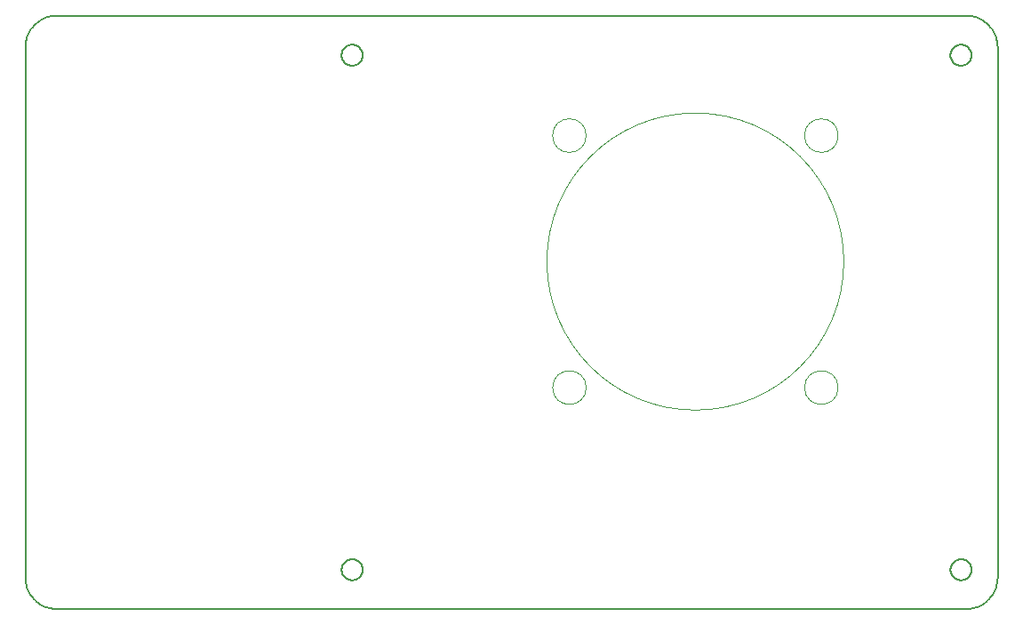
<source format=gm1>
G04 #@! TF.GenerationSoftware,KiCad,Pcbnew,(5.1.2)-2*
G04 #@! TF.CreationDate,2019-09-19T18:24:34+10:00*
G04 #@! TF.ProjectId,PecsRemoteHat.lib,50656373-5265-46d6-9f74-654861742e6c,rev?*
G04 #@! TF.SameCoordinates,Original*
G04 #@! TF.FileFunction,Profile,NP*
%FSLAX46Y46*%
G04 Gerber Fmt 4.6, Leading zero omitted, Abs format (unit mm)*
G04 Created by KiCad (PCBNEW (5.1.2)-2) date 2019-09-19 18:24:34*
%MOMM*%
%LPD*%
G04 APERTURE LIST*
%ADD10C,0.050000*%
%ADD11C,0.200000*%
G04 APERTURE END LIST*
D10*
X107600000Y-124000000D02*
G75*
G03X107600000Y-124000000I-1600000J0D01*
G01*
X131600000Y-124000000D02*
G75*
G03X131600000Y-124000000I-1600000J0D01*
G01*
X107600000Y-100000000D02*
G75*
G03X107600000Y-100000000I-1600000J0D01*
G01*
X131600000Y-100000000D02*
G75*
G03X131600000Y-100000000I-1600000J0D01*
G01*
X132142136Y-112000000D02*
G75*
G03X132142136Y-112000000I-14142136J0D01*
G01*
D11*
X54180000Y-142090000D02*
X54180000Y-91590000D01*
X142302000Y-92403000D02*
X142300000Y-92340000D01*
X142308000Y-92465000D02*
X142302000Y-92403000D01*
X142318000Y-92527000D02*
X142308000Y-92465000D01*
X142331000Y-92589000D02*
X142318000Y-92527000D01*
X142349000Y-92649000D02*
X142331000Y-92589000D01*
X142370000Y-92708000D02*
X142349000Y-92649000D01*
X142395000Y-92766000D02*
X142370000Y-92708000D01*
X142424000Y-92822000D02*
X142395000Y-92766000D01*
X142456000Y-92876000D02*
X142424000Y-92822000D01*
X142491000Y-92928000D02*
X142456000Y-92876000D01*
X142529000Y-92977000D02*
X142491000Y-92928000D01*
X142571000Y-93025000D02*
X142529000Y-92977000D01*
X142615000Y-93069000D02*
X142571000Y-93025000D01*
X142663000Y-93111000D02*
X142615000Y-93069000D01*
X142712000Y-93149000D02*
X142663000Y-93111000D01*
X142764000Y-93184000D02*
X142712000Y-93149000D01*
X142818000Y-93216000D02*
X142764000Y-93184000D01*
X142874000Y-93245000D02*
X142818000Y-93216000D01*
X142932000Y-93270000D02*
X142874000Y-93245000D01*
X142991000Y-93291000D02*
X142932000Y-93270000D01*
X143051000Y-93309000D02*
X142991000Y-93291000D01*
X143113000Y-93322000D02*
X143051000Y-93309000D01*
X143175000Y-93332000D02*
X143113000Y-93322000D01*
X143237000Y-93338000D02*
X143175000Y-93332000D01*
X143300000Y-93340000D02*
X143237000Y-93338000D01*
X143363000Y-93338000D02*
X143300000Y-93340000D01*
X143425000Y-93332000D02*
X143363000Y-93338000D01*
X143487000Y-93322000D02*
X143425000Y-93332000D01*
X143549000Y-93309000D02*
X143487000Y-93322000D01*
X143609000Y-93291000D02*
X143549000Y-93309000D01*
X143668000Y-93270000D02*
X143609000Y-93291000D01*
X143726000Y-93245000D02*
X143668000Y-93270000D01*
X143782000Y-93216000D02*
X143726000Y-93245000D01*
X143836000Y-93184000D02*
X143782000Y-93216000D01*
X143888000Y-93149000D02*
X143836000Y-93184000D01*
X143937000Y-93111000D02*
X143888000Y-93149000D01*
X143985000Y-93069000D02*
X143937000Y-93111000D01*
X144029000Y-93025000D02*
X143985000Y-93069000D01*
X144071000Y-92977000D02*
X144029000Y-93025000D01*
X144109000Y-92928000D02*
X144071000Y-92977000D01*
X144144000Y-92876000D02*
X144109000Y-92928000D01*
X144176000Y-92822000D02*
X144144000Y-92876000D01*
X144205000Y-92766000D02*
X144176000Y-92822000D01*
X144230000Y-92708000D02*
X144205000Y-92766000D01*
X144251000Y-92649000D02*
X144230000Y-92708000D01*
X144269000Y-92589000D02*
X144251000Y-92649000D01*
X144282000Y-92527000D02*
X144269000Y-92589000D01*
X144292000Y-92465000D02*
X144282000Y-92527000D01*
X144298000Y-92403000D02*
X144292000Y-92465000D01*
X144300000Y-92340000D02*
X144298000Y-92403000D01*
X144298000Y-92277000D02*
X144300000Y-92340000D01*
X144292000Y-92215000D02*
X144298000Y-92277000D01*
X144282000Y-92153000D02*
X144292000Y-92215000D01*
X144269000Y-92091000D02*
X144282000Y-92153000D01*
X144251000Y-92031000D02*
X144269000Y-92091000D01*
X144230000Y-91972000D02*
X144251000Y-92031000D01*
X144205000Y-91914000D02*
X144230000Y-91972000D01*
X144176000Y-91858000D02*
X144205000Y-91914000D01*
X144144000Y-91804000D02*
X144176000Y-91858000D01*
X144109000Y-91752000D02*
X144144000Y-91804000D01*
X144071000Y-91703000D02*
X144109000Y-91752000D01*
X144029000Y-91655000D02*
X144071000Y-91703000D01*
X143985000Y-91611000D02*
X144029000Y-91655000D01*
X143937000Y-91569000D02*
X143985000Y-91611000D01*
X143888000Y-91531000D02*
X143937000Y-91569000D01*
X143836000Y-91496000D02*
X143888000Y-91531000D01*
X143782000Y-91464000D02*
X143836000Y-91496000D01*
X143726000Y-91435000D02*
X143782000Y-91464000D01*
X143668000Y-91410000D02*
X143726000Y-91435000D01*
X143609000Y-91389000D02*
X143668000Y-91410000D01*
X143549000Y-91371000D02*
X143609000Y-91389000D01*
X143487000Y-91358000D02*
X143549000Y-91371000D01*
X143425000Y-91348000D02*
X143487000Y-91358000D01*
X143363000Y-91342000D02*
X143425000Y-91348000D01*
X143300000Y-91340000D02*
X143363000Y-91342000D01*
X143237000Y-91342000D02*
X143300000Y-91340000D01*
X143175000Y-91348000D02*
X143237000Y-91342000D01*
X143113000Y-91358000D02*
X143175000Y-91348000D01*
X143051000Y-91371000D02*
X143113000Y-91358000D01*
X142991000Y-91389000D02*
X143051000Y-91371000D01*
X142932000Y-91410000D02*
X142991000Y-91389000D01*
X142874000Y-91435000D02*
X142932000Y-91410000D01*
X142818000Y-91464000D02*
X142874000Y-91435000D01*
X142764000Y-91496000D02*
X142818000Y-91464000D01*
X142712000Y-91531000D02*
X142764000Y-91496000D01*
X142663000Y-91569000D02*
X142712000Y-91531000D01*
X142615000Y-91611000D02*
X142663000Y-91569000D01*
X142571000Y-91655000D02*
X142615000Y-91611000D01*
X142529000Y-91703000D02*
X142571000Y-91655000D01*
X142491000Y-91752000D02*
X142529000Y-91703000D01*
X142456000Y-91804000D02*
X142491000Y-91752000D01*
X142424000Y-91858000D02*
X142456000Y-91804000D01*
X142395000Y-91914000D02*
X142424000Y-91858000D01*
X142370000Y-91972000D02*
X142395000Y-91914000D01*
X142349000Y-92031000D02*
X142370000Y-91972000D01*
X142331000Y-92091000D02*
X142349000Y-92031000D01*
X142318000Y-92153000D02*
X142331000Y-92091000D01*
X142308000Y-92215000D02*
X142318000Y-92153000D01*
X142302000Y-92277000D02*
X142308000Y-92215000D01*
X142300000Y-92340000D02*
X142302000Y-92277000D01*
X142302000Y-141403000D02*
X142300000Y-141340000D01*
X142308000Y-141465000D02*
X142302000Y-141403000D01*
X142318000Y-141527000D02*
X142308000Y-141465000D01*
X142331000Y-141589000D02*
X142318000Y-141527000D01*
X142349000Y-141649000D02*
X142331000Y-141589000D01*
X142370000Y-141708000D02*
X142349000Y-141649000D01*
X142395000Y-141766000D02*
X142370000Y-141708000D01*
X142424000Y-141822000D02*
X142395000Y-141766000D01*
X142456000Y-141876000D02*
X142424000Y-141822000D01*
X142491000Y-141928000D02*
X142456000Y-141876000D01*
X142529000Y-141977000D02*
X142491000Y-141928000D01*
X142571000Y-142025000D02*
X142529000Y-141977000D01*
X142615000Y-142069000D02*
X142571000Y-142025000D01*
X142663000Y-142111000D02*
X142615000Y-142069000D01*
X142712000Y-142149000D02*
X142663000Y-142111000D01*
X142764000Y-142184000D02*
X142712000Y-142149000D01*
X142818000Y-142216000D02*
X142764000Y-142184000D01*
X142874000Y-142245000D02*
X142818000Y-142216000D01*
X142932000Y-142270000D02*
X142874000Y-142245000D01*
X142991000Y-142291000D02*
X142932000Y-142270000D01*
X143051000Y-142309000D02*
X142991000Y-142291000D01*
X143113000Y-142322000D02*
X143051000Y-142309000D01*
X143175000Y-142332000D02*
X143113000Y-142322000D01*
X143237000Y-142338000D02*
X143175000Y-142332000D01*
X143300000Y-142340000D02*
X143237000Y-142338000D01*
X143363000Y-142338000D02*
X143300000Y-142340000D01*
X143425000Y-142332000D02*
X143363000Y-142338000D01*
X143487000Y-142322000D02*
X143425000Y-142332000D01*
X143549000Y-142309000D02*
X143487000Y-142322000D01*
X143609000Y-142291000D02*
X143549000Y-142309000D01*
X143668000Y-142270000D02*
X143609000Y-142291000D01*
X143726000Y-142245000D02*
X143668000Y-142270000D01*
X143782000Y-142216000D02*
X143726000Y-142245000D01*
X143836000Y-142184000D02*
X143782000Y-142216000D01*
X143888000Y-142149000D02*
X143836000Y-142184000D01*
X143937000Y-142111000D02*
X143888000Y-142149000D01*
X143985000Y-142069000D02*
X143937000Y-142111000D01*
X144029000Y-142025000D02*
X143985000Y-142069000D01*
X144071000Y-141977000D02*
X144029000Y-142025000D01*
X144109000Y-141928000D02*
X144071000Y-141977000D01*
X144144000Y-141876000D02*
X144109000Y-141928000D01*
X144176000Y-141822000D02*
X144144000Y-141876000D01*
X144205000Y-141766000D02*
X144176000Y-141822000D01*
X144230000Y-141708000D02*
X144205000Y-141766000D01*
X144251000Y-141649000D02*
X144230000Y-141708000D01*
X144269000Y-141589000D02*
X144251000Y-141649000D01*
X144282000Y-141527000D02*
X144269000Y-141589000D01*
X144292000Y-141465000D02*
X144282000Y-141527000D01*
X144298000Y-141403000D02*
X144292000Y-141465000D01*
X144300000Y-141340000D02*
X144298000Y-141403000D01*
X144298000Y-141277000D02*
X144300000Y-141340000D01*
X144292000Y-141215000D02*
X144298000Y-141277000D01*
X144282000Y-141153000D02*
X144292000Y-141215000D01*
X144269000Y-141091000D02*
X144282000Y-141153000D01*
X144251000Y-141031000D02*
X144269000Y-141091000D01*
X144230000Y-140972000D02*
X144251000Y-141031000D01*
X144205000Y-140914000D02*
X144230000Y-140972000D01*
X144176000Y-140858000D02*
X144205000Y-140914000D01*
X144144000Y-140804000D02*
X144176000Y-140858000D01*
X144109000Y-140752000D02*
X144144000Y-140804000D01*
X144071000Y-140703000D02*
X144109000Y-140752000D01*
X144029000Y-140655000D02*
X144071000Y-140703000D01*
X143985000Y-140611000D02*
X144029000Y-140655000D01*
X143937000Y-140569000D02*
X143985000Y-140611000D01*
X143888000Y-140531000D02*
X143937000Y-140569000D01*
X143836000Y-140496000D02*
X143888000Y-140531000D01*
X143782000Y-140464000D02*
X143836000Y-140496000D01*
X143726000Y-140435000D02*
X143782000Y-140464000D01*
X143668000Y-140410000D02*
X143726000Y-140435000D01*
X143609000Y-140389000D02*
X143668000Y-140410000D01*
X143549000Y-140371000D02*
X143609000Y-140389000D01*
X143487000Y-140358000D02*
X143549000Y-140371000D01*
X143425000Y-140348000D02*
X143487000Y-140358000D01*
X143363000Y-140342000D02*
X143425000Y-140348000D01*
X143300000Y-140340000D02*
X143363000Y-140342000D01*
X143237000Y-140342000D02*
X143300000Y-140340000D01*
X143175000Y-140348000D02*
X143237000Y-140342000D01*
X143113000Y-140358000D02*
X143175000Y-140348000D01*
X143051000Y-140371000D02*
X143113000Y-140358000D01*
X142991000Y-140389000D02*
X143051000Y-140371000D01*
X142932000Y-140410000D02*
X142991000Y-140389000D01*
X142874000Y-140435000D02*
X142932000Y-140410000D01*
X142818000Y-140464000D02*
X142874000Y-140435000D01*
X142764000Y-140496000D02*
X142818000Y-140464000D01*
X142712000Y-140531000D02*
X142764000Y-140496000D01*
X142663000Y-140569000D02*
X142712000Y-140531000D01*
X142615000Y-140611000D02*
X142663000Y-140569000D01*
X142571000Y-140655000D02*
X142615000Y-140611000D01*
X142529000Y-140703000D02*
X142571000Y-140655000D01*
X142491000Y-140752000D02*
X142529000Y-140703000D01*
X142456000Y-140804000D02*
X142491000Y-140752000D01*
X142424000Y-140858000D02*
X142456000Y-140804000D01*
X142395000Y-140914000D02*
X142424000Y-140858000D01*
X142370000Y-140972000D02*
X142395000Y-140914000D01*
X142349000Y-141031000D02*
X142370000Y-140972000D01*
X142331000Y-141091000D02*
X142349000Y-141031000D01*
X142318000Y-141153000D02*
X142331000Y-141091000D01*
X142308000Y-141215000D02*
X142318000Y-141153000D01*
X142302000Y-141277000D02*
X142308000Y-141215000D01*
X142300000Y-141340000D02*
X142302000Y-141277000D01*
X54186000Y-142278000D02*
X54180000Y-142090000D01*
X54204000Y-142466000D02*
X54186000Y-142278000D01*
X54233000Y-142652000D02*
X54204000Y-142466000D01*
X54274000Y-142836000D02*
X54233000Y-142652000D01*
X54327000Y-143017000D02*
X54274000Y-142836000D01*
X54391000Y-143194000D02*
X54327000Y-143017000D01*
X54466000Y-143367000D02*
X54391000Y-143194000D01*
X54551001Y-143535000D02*
X54466000Y-143367000D01*
X54647000Y-143697000D02*
X54551001Y-143535000D01*
X54753000Y-143853000D02*
X54647000Y-143697000D01*
X54868000Y-144002000D02*
X54753000Y-143853000D01*
X54993000Y-144144000D02*
X54868000Y-144002000D01*
X55126000Y-144277000D02*
X54993000Y-144144000D01*
X55268000Y-144402000D02*
X55126000Y-144277000D01*
X55417000Y-144517000D02*
X55268000Y-144402000D01*
X55573000Y-144623000D02*
X55417000Y-144517000D01*
X55735000Y-144719000D02*
X55573000Y-144623000D01*
X55903000Y-144804000D02*
X55735000Y-144719000D01*
X56076000Y-144879000D02*
X55903000Y-144804000D01*
X56253000Y-144943000D02*
X56076000Y-144879000D01*
X56434000Y-144996000D02*
X56253000Y-144943000D01*
X56618000Y-145037000D02*
X56434000Y-144996000D01*
X56804000Y-145066000D02*
X56618000Y-145037000D01*
X56992000Y-145084000D02*
X56804000Y-145066000D01*
X57180000Y-145090000D02*
X56992000Y-145084000D01*
X143800000Y-145090000D02*
X57180000Y-145090000D01*
X143988000Y-145084000D02*
X143800000Y-145090000D01*
X144176000Y-145066000D02*
X143988000Y-145084000D01*
X144362000Y-145037000D02*
X144176000Y-145066000D01*
X144546000Y-144996000D02*
X144362000Y-145037000D01*
X144727000Y-144943000D02*
X144546000Y-144996000D01*
X144904000Y-144879000D02*
X144727000Y-144943000D01*
X145077000Y-144804000D02*
X144904000Y-144879000D01*
X145245000Y-144719000D02*
X145077000Y-144804000D01*
X145407000Y-144623000D02*
X145245000Y-144719000D01*
X145563000Y-144517000D02*
X145407000Y-144623000D01*
X145712000Y-144402000D02*
X145563000Y-144517000D01*
X145854000Y-144277000D02*
X145712000Y-144402000D01*
X145987000Y-144144000D02*
X145854000Y-144277000D01*
X146112000Y-144002000D02*
X145987000Y-144144000D01*
X146227000Y-143853000D02*
X146112000Y-144002000D01*
X146333000Y-143697000D02*
X146227000Y-143853000D01*
X146428999Y-143535000D02*
X146333000Y-143697000D01*
X146514000Y-143367000D02*
X146428999Y-143535000D01*
X146589000Y-143194000D02*
X146514000Y-143367000D01*
X146653000Y-143017000D02*
X146589000Y-143194000D01*
X146706000Y-142836000D02*
X146653000Y-143017000D01*
X146747000Y-142652000D02*
X146706000Y-142836000D01*
X146776000Y-142466000D02*
X146747000Y-142652000D01*
X146794000Y-142278000D02*
X146776000Y-142466000D01*
X146800000Y-142090000D02*
X146794000Y-142278000D01*
X146800000Y-91590000D02*
X146800000Y-142090000D01*
X146794000Y-91402000D02*
X146800000Y-91590000D01*
X146776000Y-91214000D02*
X146794000Y-91402000D01*
X146747000Y-91028000D02*
X146776000Y-91214000D01*
X146706000Y-90844000D02*
X146747000Y-91028000D01*
X146653000Y-90663000D02*
X146706000Y-90844000D01*
X146589000Y-90486000D02*
X146653000Y-90663000D01*
X146514000Y-90313000D02*
X146589000Y-90486000D01*
X146428999Y-90145000D02*
X146514000Y-90313000D01*
X146333000Y-89983000D02*
X146428999Y-90145000D01*
X146227000Y-89827000D02*
X146333000Y-89983000D01*
X146112000Y-89678000D02*
X146227000Y-89827000D01*
X145987000Y-89536000D02*
X146112000Y-89678000D01*
X145854000Y-89403000D02*
X145987000Y-89536000D01*
X145712000Y-89278000D02*
X145854000Y-89403000D01*
X145563000Y-89163000D02*
X145712000Y-89278000D01*
X145407000Y-89057000D02*
X145563000Y-89163000D01*
X145245000Y-88961000D02*
X145407000Y-89057000D01*
X145077000Y-88876000D02*
X145245000Y-88961000D01*
X144904000Y-88801000D02*
X145077000Y-88876000D01*
X144727000Y-88737000D02*
X144904000Y-88801000D01*
X144546000Y-88684000D02*
X144727000Y-88737000D01*
X144362000Y-88643000D02*
X144546000Y-88684000D01*
X144176000Y-88614000D02*
X144362000Y-88643000D01*
X143988000Y-88596000D02*
X144176000Y-88614000D01*
X143800000Y-88590000D02*
X143988000Y-88596000D01*
X57180000Y-88590000D02*
X143800000Y-88590000D01*
X56992000Y-88596000D02*
X57180000Y-88590000D01*
X56804000Y-88614000D02*
X56992000Y-88596000D01*
X56618000Y-88643000D02*
X56804000Y-88614000D01*
X56434000Y-88684000D02*
X56618000Y-88643000D01*
X56253000Y-88737000D02*
X56434000Y-88684000D01*
X56076000Y-88801000D02*
X56253000Y-88737000D01*
X55903000Y-88876000D02*
X56076000Y-88801000D01*
X55735000Y-88961000D02*
X55903000Y-88876000D01*
X55573000Y-89057000D02*
X55735000Y-88961000D01*
X55417000Y-89163000D02*
X55573000Y-89057000D01*
X55268000Y-89278000D02*
X55417000Y-89163000D01*
X55126000Y-89403000D02*
X55268000Y-89278000D01*
X54993000Y-89536000D02*
X55126000Y-89403000D01*
X54868000Y-89678000D02*
X54993000Y-89536000D01*
X54753000Y-89827000D02*
X54868000Y-89678000D01*
X54647000Y-89983000D02*
X54753000Y-89827000D01*
X54551001Y-90145000D02*
X54647000Y-89983000D01*
X54466000Y-90313000D02*
X54551001Y-90145000D01*
X54391000Y-90486000D02*
X54466000Y-90313000D01*
X54327000Y-90663000D02*
X54391000Y-90486000D01*
X54274000Y-90844000D02*
X54327000Y-90663000D01*
X54233000Y-91028000D02*
X54274000Y-90844000D01*
X54204000Y-91214000D02*
X54233000Y-91028000D01*
X54186000Y-91402000D02*
X54204000Y-91214000D01*
X54180000Y-91590000D02*
X54186000Y-91402000D01*
X84302000Y-92403000D02*
X84300000Y-92340000D01*
X84308000Y-92465000D02*
X84302000Y-92403000D01*
X84318000Y-92527000D02*
X84308000Y-92465000D01*
X84331000Y-92589000D02*
X84318000Y-92527000D01*
X84349000Y-92649000D02*
X84331000Y-92589000D01*
X84370000Y-92708000D02*
X84349000Y-92649000D01*
X84395000Y-92766000D02*
X84370000Y-92708000D01*
X84424000Y-92822000D02*
X84395000Y-92766000D01*
X84456000Y-92876000D02*
X84424000Y-92822000D01*
X84491000Y-92928000D02*
X84456000Y-92876000D01*
X84529000Y-92977000D02*
X84491000Y-92928000D01*
X84571000Y-93025000D02*
X84529000Y-92977000D01*
X84615000Y-93069000D02*
X84571000Y-93025000D01*
X84663000Y-93111000D02*
X84615000Y-93069000D01*
X84712000Y-93149000D02*
X84663000Y-93111000D01*
X84764000Y-93184000D02*
X84712000Y-93149000D01*
X84818000Y-93216000D02*
X84764000Y-93184000D01*
X84874000Y-93245000D02*
X84818000Y-93216000D01*
X84932000Y-93270000D02*
X84874000Y-93245000D01*
X84991000Y-93291000D02*
X84932000Y-93270000D01*
X85051000Y-93309000D02*
X84991000Y-93291000D01*
X85113000Y-93322000D02*
X85051000Y-93309000D01*
X85175000Y-93332000D02*
X85113000Y-93322000D01*
X85237000Y-93338000D02*
X85175000Y-93332000D01*
X85300000Y-93340000D02*
X85237000Y-93338000D01*
X85363000Y-93338000D02*
X85300000Y-93340000D01*
X85425000Y-93332000D02*
X85363000Y-93338000D01*
X85487000Y-93322000D02*
X85425000Y-93332000D01*
X85549000Y-93309000D02*
X85487000Y-93322000D01*
X85609000Y-93291000D02*
X85549000Y-93309000D01*
X85668000Y-93270000D02*
X85609000Y-93291000D01*
X85726000Y-93245000D02*
X85668000Y-93270000D01*
X85782000Y-93216000D02*
X85726000Y-93245000D01*
X85836000Y-93184000D02*
X85782000Y-93216000D01*
X85888000Y-93149000D02*
X85836000Y-93184000D01*
X85937000Y-93111000D02*
X85888000Y-93149000D01*
X85985000Y-93069000D02*
X85937000Y-93111000D01*
X86029000Y-93025000D02*
X85985000Y-93069000D01*
X86071000Y-92977000D02*
X86029000Y-93025000D01*
X86109000Y-92928000D02*
X86071000Y-92977000D01*
X86144000Y-92876000D02*
X86109000Y-92928000D01*
X86176000Y-92822000D02*
X86144000Y-92876000D01*
X86205000Y-92766000D02*
X86176000Y-92822000D01*
X86230000Y-92708000D02*
X86205000Y-92766000D01*
X86251000Y-92649000D02*
X86230000Y-92708000D01*
X86269000Y-92589000D02*
X86251000Y-92649000D01*
X86282000Y-92527000D02*
X86269000Y-92589000D01*
X86292000Y-92465000D02*
X86282000Y-92527000D01*
X86298000Y-92403000D02*
X86292000Y-92465000D01*
X86300000Y-92340000D02*
X86298000Y-92403000D01*
X86298000Y-92277000D02*
X86300000Y-92340000D01*
X86292000Y-92215000D02*
X86298000Y-92277000D01*
X86282000Y-92153000D02*
X86292000Y-92215000D01*
X86269000Y-92091000D02*
X86282000Y-92153000D01*
X86251000Y-92031000D02*
X86269000Y-92091000D01*
X86230000Y-91972000D02*
X86251000Y-92031000D01*
X86205000Y-91914000D02*
X86230000Y-91972000D01*
X86176000Y-91858000D02*
X86205000Y-91914000D01*
X86144000Y-91804000D02*
X86176000Y-91858000D01*
X86109000Y-91752000D02*
X86144000Y-91804000D01*
X86071000Y-91703000D02*
X86109000Y-91752000D01*
X86029000Y-91655000D02*
X86071000Y-91703000D01*
X85985000Y-91611000D02*
X86029000Y-91655000D01*
X85937000Y-91569000D02*
X85985000Y-91611000D01*
X85888000Y-91531000D02*
X85937000Y-91569000D01*
X85836000Y-91496000D02*
X85888000Y-91531000D01*
X85782000Y-91464000D02*
X85836000Y-91496000D01*
X85726000Y-91435000D02*
X85782000Y-91464000D01*
X85668000Y-91410000D02*
X85726000Y-91435000D01*
X85609000Y-91389000D02*
X85668000Y-91410000D01*
X85549000Y-91371000D02*
X85609000Y-91389000D01*
X85487000Y-91358000D02*
X85549000Y-91371000D01*
X85425000Y-91348000D02*
X85487000Y-91358000D01*
X85363000Y-91342000D02*
X85425000Y-91348000D01*
X85300000Y-91340000D02*
X85363000Y-91342000D01*
X85237000Y-91342000D02*
X85300000Y-91340000D01*
X85175000Y-91348000D02*
X85237000Y-91342000D01*
X85113000Y-91358000D02*
X85175000Y-91348000D01*
X85051000Y-91371000D02*
X85113000Y-91358000D01*
X84991000Y-91389000D02*
X85051000Y-91371000D01*
X84932000Y-91410000D02*
X84991000Y-91389000D01*
X84874000Y-91435000D02*
X84932000Y-91410000D01*
X84818000Y-91464000D02*
X84874000Y-91435000D01*
X84764000Y-91496000D02*
X84818000Y-91464000D01*
X84712000Y-91531000D02*
X84764000Y-91496000D01*
X84663000Y-91569000D02*
X84712000Y-91531000D01*
X84615000Y-91611000D02*
X84663000Y-91569000D01*
X84571000Y-91655000D02*
X84615000Y-91611000D01*
X84529000Y-91703000D02*
X84571000Y-91655000D01*
X84491000Y-91752000D02*
X84529000Y-91703000D01*
X84456000Y-91804000D02*
X84491000Y-91752000D01*
X84424000Y-91858000D02*
X84456000Y-91804000D01*
X84395000Y-91914000D02*
X84424000Y-91858000D01*
X84370000Y-91972000D02*
X84395000Y-91914000D01*
X84349000Y-92031000D02*
X84370000Y-91972000D01*
X84331000Y-92091000D02*
X84349000Y-92031000D01*
X84318000Y-92153000D02*
X84331000Y-92091000D01*
X84308000Y-92215000D02*
X84318000Y-92153000D01*
X84302000Y-92277000D02*
X84308000Y-92215000D01*
X84300000Y-92340000D02*
X84302000Y-92277000D01*
X84302000Y-141403000D02*
X84300000Y-141340000D01*
X84308000Y-141465000D02*
X84302000Y-141403000D01*
X84318000Y-141527000D02*
X84308000Y-141465000D01*
X84331000Y-141589000D02*
X84318000Y-141527000D01*
X84349000Y-141649000D02*
X84331000Y-141589000D01*
X84370000Y-141708000D02*
X84349000Y-141649000D01*
X84395000Y-141766000D02*
X84370000Y-141708000D01*
X84424000Y-141822000D02*
X84395000Y-141766000D01*
X84456000Y-141876000D02*
X84424000Y-141822000D01*
X84491000Y-141928000D02*
X84456000Y-141876000D01*
X84529000Y-141977000D02*
X84491000Y-141928000D01*
X84571000Y-142025000D02*
X84529000Y-141977000D01*
X84615000Y-142069000D02*
X84571000Y-142025000D01*
X84663000Y-142111000D02*
X84615000Y-142069000D01*
X84712000Y-142149000D02*
X84663000Y-142111000D01*
X84764000Y-142184000D02*
X84712000Y-142149000D01*
X84818000Y-142216000D02*
X84764000Y-142184000D01*
X84874000Y-142245000D02*
X84818000Y-142216000D01*
X84932000Y-142270000D02*
X84874000Y-142245000D01*
X84991000Y-142291000D02*
X84932000Y-142270000D01*
X85051000Y-142309000D02*
X84991000Y-142291000D01*
X85113000Y-142322000D02*
X85051000Y-142309000D01*
X85175000Y-142332000D02*
X85113000Y-142322000D01*
X85237000Y-142338000D02*
X85175000Y-142332000D01*
X85300000Y-142340000D02*
X85237000Y-142338000D01*
X85363000Y-142338000D02*
X85300000Y-142340000D01*
X85425000Y-142332000D02*
X85363000Y-142338000D01*
X85487000Y-142322000D02*
X85425000Y-142332000D01*
X85549000Y-142309000D02*
X85487000Y-142322000D01*
X85609000Y-142291000D02*
X85549000Y-142309000D01*
X85668000Y-142270000D02*
X85609000Y-142291000D01*
X85726000Y-142245000D02*
X85668000Y-142270000D01*
X85782000Y-142216000D02*
X85726000Y-142245000D01*
X85836000Y-142184000D02*
X85782000Y-142216000D01*
X85888000Y-142149000D02*
X85836000Y-142184000D01*
X85937000Y-142111000D02*
X85888000Y-142149000D01*
X85985000Y-142069000D02*
X85937000Y-142111000D01*
X86029000Y-142025000D02*
X85985000Y-142069000D01*
X86071000Y-141977000D02*
X86029000Y-142025000D01*
X86109000Y-141928000D02*
X86071000Y-141977000D01*
X86144000Y-141876000D02*
X86109000Y-141928000D01*
X86176000Y-141822000D02*
X86144000Y-141876000D01*
X86205000Y-141766000D02*
X86176000Y-141822000D01*
X86230000Y-141708000D02*
X86205000Y-141766000D01*
X86251000Y-141649000D02*
X86230000Y-141708000D01*
X86269000Y-141589000D02*
X86251000Y-141649000D01*
X86282000Y-141527000D02*
X86269000Y-141589000D01*
X86292000Y-141465000D02*
X86282000Y-141527000D01*
X86298000Y-141403000D02*
X86292000Y-141465000D01*
X86300000Y-141340000D02*
X86298000Y-141403000D01*
X86298000Y-141277000D02*
X86300000Y-141340000D01*
X86292000Y-141215000D02*
X86298000Y-141277000D01*
X86282000Y-141153000D02*
X86292000Y-141215000D01*
X86269000Y-141091000D02*
X86282000Y-141153000D01*
X86251000Y-141031000D02*
X86269000Y-141091000D01*
X86230000Y-140972000D02*
X86251000Y-141031000D01*
X86205000Y-140914000D02*
X86230000Y-140972000D01*
X86176000Y-140858000D02*
X86205000Y-140914000D01*
X86144000Y-140804000D02*
X86176000Y-140858000D01*
X86109000Y-140752000D02*
X86144000Y-140804000D01*
X86071000Y-140703000D02*
X86109000Y-140752000D01*
X86029000Y-140655000D02*
X86071000Y-140703000D01*
X85985000Y-140611000D02*
X86029000Y-140655000D01*
X85937000Y-140569000D02*
X85985000Y-140611000D01*
X85888000Y-140531000D02*
X85937000Y-140569000D01*
X85836000Y-140496000D02*
X85888000Y-140531000D01*
X85782000Y-140464000D02*
X85836000Y-140496000D01*
X85726000Y-140435000D02*
X85782000Y-140464000D01*
X85668000Y-140410000D02*
X85726000Y-140435000D01*
X85609000Y-140389000D02*
X85668000Y-140410000D01*
X85549000Y-140371000D02*
X85609000Y-140389000D01*
X85487000Y-140358000D02*
X85549000Y-140371000D01*
X85425000Y-140348000D02*
X85487000Y-140358000D01*
X85363000Y-140342000D02*
X85425000Y-140348000D01*
X85300000Y-140340000D02*
X85363000Y-140342000D01*
X85237000Y-140342000D02*
X85300000Y-140340000D01*
X85175000Y-140348000D02*
X85237000Y-140342000D01*
X85113000Y-140358000D02*
X85175000Y-140348000D01*
X85051000Y-140371000D02*
X85113000Y-140358000D01*
X84991000Y-140389000D02*
X85051000Y-140371000D01*
X84932000Y-140410000D02*
X84991000Y-140389000D01*
X84874000Y-140435000D02*
X84932000Y-140410000D01*
X84818000Y-140464000D02*
X84874000Y-140435000D01*
X84764000Y-140496000D02*
X84818000Y-140464000D01*
X84712000Y-140531000D02*
X84764000Y-140496000D01*
X84663000Y-140569000D02*
X84712000Y-140531000D01*
X84615000Y-140611000D02*
X84663000Y-140569000D01*
X84571000Y-140655000D02*
X84615000Y-140611000D01*
X84529000Y-140703000D02*
X84571000Y-140655000D01*
X84491000Y-140752000D02*
X84529000Y-140703000D01*
X84456000Y-140804000D02*
X84491000Y-140752000D01*
X84424000Y-140858000D02*
X84456000Y-140804000D01*
X84395000Y-140914000D02*
X84424000Y-140858000D01*
X84370000Y-140972000D02*
X84395000Y-140914000D01*
X84349000Y-141031000D02*
X84370000Y-140972000D01*
X84331000Y-141091000D02*
X84349000Y-141031000D01*
X84318000Y-141153000D02*
X84331000Y-141091000D01*
X84308000Y-141215000D02*
X84318000Y-141153000D01*
X84302000Y-141277000D02*
X84308000Y-141215000D01*
X84300000Y-141340000D02*
X84302000Y-141277000D01*
M02*

</source>
